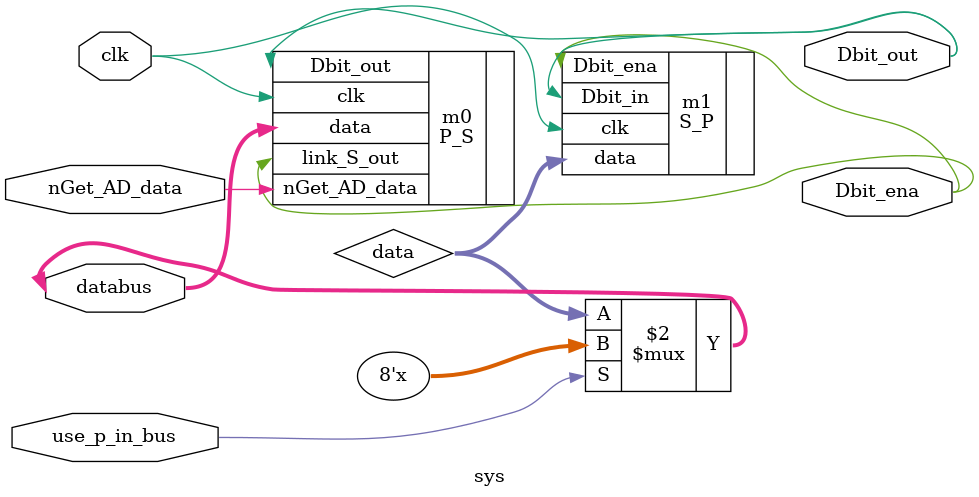
<source format=v>
`include "./P_S.v"
`include "./S_P.v"

module sys(databus,use_p_in_bus,Dbit_out,Dbit_ena,nGet_AD_data,clk);

input nGet_AD_data;
input use_p_in_bus;
input clk;
inout [7:0] databus;
output Dbit_out;
output Dbit_ena;

wire clk;
wire nGet_AD_data;
wire Dbit_out;
wire Dbit_ena;
wire[7:0] data;

assign databus = (!use_p_in_bus)?data:8'bzzzz_zzzz;

P_S m0(.Dbit_out(Dbit_out),.link_S_out(Dbit_ena),.data(databus),.nGet_AD_data(nGet_AD_data),.clk(clk));
S_P m1(.data(data),.Dbit_in(Dbit_out),.Dbit_ena(Dbit_ena),.clk(clk));

endmodule

</source>
